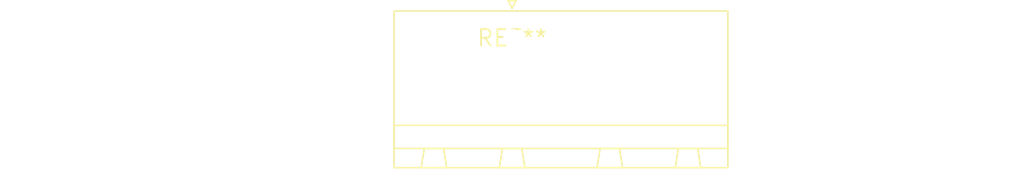
<source format=kicad_pcb>
(kicad_pcb (version 20240108) (generator pcbnew)
  (layers (0 "F.Cu" signal) (31 "B.Cu" signal) (34 "B.Paste" user) (35 "F.Paste" user) (36 "B.SilkS" user "B.Silkscreen") (37 "F.SilkS" user "F.Silkscreen") (38 "B.Mask" user) (39 "F.Mask" user) (44 "Edge.Cuts" user))
  (net 0 "")
  (footprint "PhoenixContact_GMSTB_2,5_2-GF-7,62_1x02_P7.62mm_Horizontal_ThreadedFlange" (layer "F.Cu") (at 0 0)
    (property "Reference" "REF**")
    (property "Value" "PhoenixContact_GMSTB_2,5_2-GF-7,62_1x02_P7.62mm_Horizontal_ThreadedFlange")
    (fp_line (start -9.21 -2.11) (end -9.21 10.11) (layer "F.SilkS") (stroke (width 0.12)))
    (fp_line (start -9.21 6.81) (end 16.83 6.81) (layer "F.SilkS") (stroke (width 0.12)))
    (fp_line (start -9.21 8.61) (end -9.21 6.81) (layer "F.SilkS") (stroke (width 0.12)))
    (fp_line (start -9.21 10.11) (end 16.83 10.11) (layer "F.SilkS") (stroke (width 0.12)))
    (fp_line (start -7.1 10.11) (end -5.1 10.11) (layer "F.SilkS") (stroke (width 0.12)))
    (fp_line (start -6.85 8.61) (end -7.1 10.11) (layer "F.SilkS") (stroke (width 0.12)))
    (fp_line (start -5.35 8.61) (end -6.85 8.61) (layer "F.SilkS") (stroke (width 0.12)))
    (fp_line (start -5.1 10.11) (end -5.35 8.61) (layer "F.SilkS") (stroke (width 0.12)))
    (fp_line (start -1 10.11) (end 1 10.11) (layer "F.SilkS") (stroke (width 0.12)))
    (fp_line (start -0.75 8.61) (end -1 10.11) (layer "F.SilkS") (stroke (width 0.12)))
    (fp_line (start -0.3 -2.91) (end 0.3 -2.91) (layer "F.SilkS") (stroke (width 0.12)))
    (fp_line (start 0 -2.31) (end -0.3 -2.91) (layer "F.SilkS") (stroke (width 0.12)))
    (fp_line (start 0.3 -2.91) (end 0 -2.31) (layer "F.SilkS") (stroke (width 0.12)))
    (fp_line (start 0.75 8.61) (end -0.75 8.61) (layer "F.SilkS") (stroke (width 0.12)))
    (fp_line (start 1 10.11) (end 0.75 8.61) (layer "F.SilkS") (stroke (width 0.12)))
    (fp_line (start 6.62 10.11) (end 8.62 10.11) (layer "F.SilkS") (stroke (width 0.12)))
    (fp_line (start 6.87 8.61) (end 6.62 10.11) (layer "F.SilkS") (stroke (width 0.12)))
    (fp_line (start 8.37 8.61) (end 6.87 8.61) (layer "F.SilkS") (stroke (width 0.12)))
    (fp_line (start 8.62 10.11) (end 8.37 8.61) (layer "F.SilkS") (stroke (width 0.12)))
    (fp_line (start 12.72 10.11) (end 14.72 10.11) (layer "F.SilkS") (stroke (width 0.12)))
    (fp_line (start 12.97 8.61) (end 12.72 10.11) (layer "F.SilkS") (stroke (width 0.12)))
    (fp_line (start 14.47 8.61) (end 12.97 8.61) (layer "F.SilkS") (stroke (width 0.12)))
    (fp_line (start 14.72 10.11) (end 14.47 8.61) (layer "F.SilkS") (stroke (width 0.12)))
    (fp_line (start 16.83 -2.11) (end -9.21 -2.11) (layer "F.SilkS") (stroke (width 0.12)))
    (fp_line (start 16.83 6.81) (end 16.83 8.61) (layer "F.SilkS") (stroke (width 0.12)))
    (fp_line (start 16.83 8.61) (end -9.21 8.61) (layer "F.SilkS") (stroke (width 0.12)))
    (fp_line (start 16.83 10.11) (end 16.83 -2.11) (layer "F.SilkS") (stroke (width 0.12)))
    (pad "1" thru_hole roundrect (at 0 0) (size 2.1 3.6) (drill 1.4) (layers *.Cu *.Mask) (remove_unused_layers) (roundrect_rratio 0.119048))
    (pad "2" thru_hole oval (at 7.62 0) (size 2.1 3.6) (drill 1.4) (layers *.Cu *.Mask) (remove_unused_layers))
  )
)
</source>
